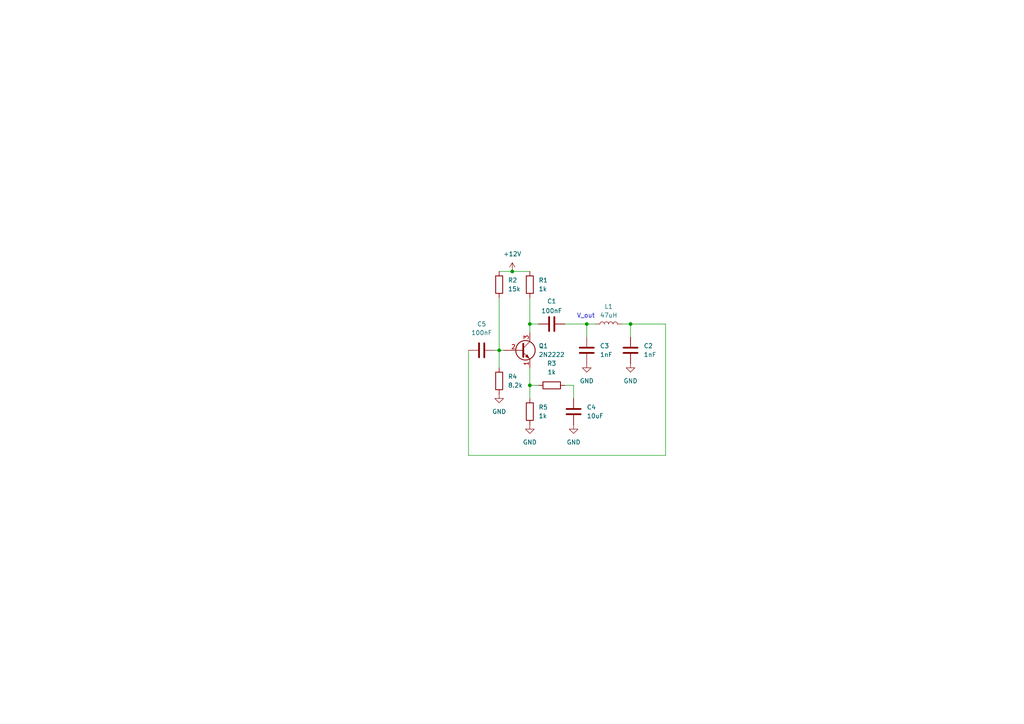
<source format=kicad_sch>
(kicad_sch (version 20231120) (generator "eeschema") (generator_version "8.0")
  (paper "A4")
  (lib_symbols
    (symbol "Device:C" (pin_numbers hide) (pin_names (offset 0.254))
      (property "Reference" "C" (at 0.635 2.54 0))
      (property "Value" "C" (at 0.635 -2.54 0))
      (symbol "C_0_1"
        (polyline (pts (xy -2.032 -0.762) (xy 2.032 -0.762)) (stroke (width 0.508)))
        (polyline (pts (xy -2.032 0.762) (xy 2.032 0.762)) (stroke (width 0.508)))
      )
      (symbol "C_1_1"
        (pin passive line (at 0 3.81 270) (length 2.794) (name "~") (number "1"))
        (pin passive line (at 0 -3.81 90) (length 2.794) (name "~") (number "2"))
      )
    )
    (symbol "Device:L" (pin_numbers hide) (pin_names (offset 1.016) hide)
      (property "Reference" "L" (at -1.27 0 90))
      (property "Value" "L" (at 1.905 0 90))
      (symbol "L_0_1"
        (arc (start 0 -2.54) (mid 0.6323 -1.905) (end 0 -1.27))
        (arc (start 0 -1.27) (mid 0.6323 -0.635) (end 0 0))
        (arc (start 0 0) (mid 0.6323 0.635) (end 0 1.27))
        (arc (start 0 1.27) (mid 0.6323 1.905) (end 0 2.54))
      )
      (symbol "L_1_1"
        (pin passive line (at 0 3.81 270) (length 1.27) (name "1") (number "1"))
        (pin passive line (at 0 -3.81 90) (length 1.27) (name "2") (number "2"))
      )
    )
    (symbol "Device:R" (pin_numbers hide) (pin_names (offset 0))
      (property "Reference" "R" (at 2.032 0 90))
      (property "Value" "R" (at 0 0 90))
      (symbol "R_0_1"
        (rectangle (start -1.016 -2.54) (end 1.016 2.54) (stroke (width 0.254)))
      )
      (symbol "R_1_1"
        (pin passive line (at 0 3.81 270) (length 1.27) (name "~") (number "1"))
        (pin passive line (at 0 -3.81 90) (length 1.27) (name "~") (number "2"))
      )
    )
    (symbol "Transistor_BJT:2N2219" (pin_names (offset 0) hide)
      (property "Reference" "Q" (at 5.08 1.905 0))
      (property "Value" "2N2219" (at 5.08 0 0))
      (symbol "2N2219_0_1"
        (polyline (pts (xy 0.635 0.635) (xy 2.54 2.54)))
        (polyline (pts (xy 0.635 -0.635) (xy 2.54 -2.54) (xy 2.54 -2.54)))
        (polyline (pts (xy 0.635 1.905) (xy 0.635 -1.905) (xy 0.635 -1.905)) (stroke (width 0.508)))
        (polyline (pts (xy 1.27 -1.778) (xy 1.778 -1.27) (xy 2.286 -2.286) (xy 1.27 -1.778) (xy 1.27 -1.778)) (fill (type outline)))
        (circle (center 1.27 0) (radius 2.8194) (stroke (width 0.254)))
      )
      (symbol "2N2219_1_1"
        (pin passive line (at 2.54 -5.08 90) (length 2.54) (name "E") (number "1"))
        (pin passive line (at -5.08 0 0) (length 5.715) (name "B") (number "2"))
        (pin passive line (at 2.54 5.08 270) (length 2.54) (name "C") (number "3"))
      )
    )
    (symbol "power:+12V" (power) (pin_numbers hide) (pin_names (offset 0) hide)
      (property "Value" "+12V" (at 0 3.556 0))
      (symbol "+12V_0_1"
        (polyline (pts (xy -0.762 1.27) (xy 0 2.54)))
        (polyline (pts (xy 0 0) (xy 0 2.54)))
        (polyline (pts (xy 0 2.54) (xy 0.762 1.27)))
      )
      (symbol "+12V_1_1"
        (pin power_in line (at 0 0 90) (length 0) (name "~") (number "1"))
      )
    )
    (symbol "power:GND" (power) (pin_numbers hide) (pin_names (offset 0) hide)
      (property "Value" "GND" (at 0 -3.81 0))
      (symbol "GND_0_1"
        (polyline (pts (xy 0 0) (xy 0 -1.27) (xy 1.27 -1.27) (xy 0 -2.54) (xy -1.27 -1.27) (xy 0 -1.27)))
      )
      (symbol "GND_1_1"
        (pin power_in line (at 0 0 270) (length 0) (name "~") (number "1"))
      )
    )
  )
  (junction (at 153.67 111.76))
  (junction (at 144.78 101.6))
  (junction (at 182.88 93.98))
  (junction (at 153.67 93.98))
  (junction (at 170.18 93.98))
  (junction (at 148.59 78.74))
  (wire (pts (xy 182.88 93.98) (xy 182.88 97.79)))
  (wire (pts (xy 153.67 111.76) (xy 153.67 115.57)))
  (wire (pts (xy 144.78 78.74) (xy 148.59 78.74)))
  (wire (pts (xy 153.67 111.76) (xy 156.21 111.76)))
  (wire (pts (xy 163.83 93.98) (xy 170.18 93.98)))
  (wire (pts (xy 135.89 101.6) (xy 135.89 132.08)))
  (wire (pts (xy 170.18 93.98) (xy 170.18 97.79)))
  (wire (pts (xy 144.78 101.6) (xy 146.05 101.6)))
  (wire (pts (xy 144.78 86.36) (xy 144.78 101.6)))
  (wire (pts (xy 153.67 93.98) (xy 156.21 93.98)))
  (wire (pts (xy 143.51 101.6) (xy 144.78 101.6)))
  (wire (pts (xy 182.88 93.98) (xy 193.04 93.98)))
  (wire (pts (xy 193.04 93.98) (xy 193.04 132.08)))
  (wire (pts (xy 148.59 78.74) (xy 153.67 78.74)))
  (wire (pts (xy 153.67 106.68) (xy 153.67 111.76)))
  (wire (pts (xy 182.88 93.98) (xy 180.34 93.98)))
  (wire (pts (xy 153.67 86.36) (xy 153.67 93.98)))
  (wire (pts (xy 166.37 111.76) (xy 166.37 115.57)))
  (wire (pts (xy 163.83 111.76) (xy 166.37 111.76)))
  (wire (pts (xy 193.04 132.08) (xy 135.89 132.08)))
  (wire (pts (xy 153.67 96.52) (xy 153.67 93.98)))
  (wire (pts (xy 170.18 93.98) (xy 172.72 93.98)))
  (wire (pts (xy 144.78 101.6) (xy 144.78 106.68)))
  (text "V_out" (at 169.926 91.694 0) (effects (font (size 1.27 1.27))))
  (symbol (lib_id "Device:R") (at 153.67 82.55 0) (unit 1)
    (property "Reference" "R1" (at 156.21 81.2799 0) (effects (justify left)))
    (property "Value" "1k" (at 156.21 83.8199 0) (effects (justify left)))
    (property "Description" "Resistor" (effects (hide yes)))
  )
  (symbol (lib_id "Device:C") (at 166.37 119.38 0) (unit 1)
    (property "Reference" "C4" (at 170.18 118.1099 0) (effects (justify left)))
    (property "Value" "10uF" (at 170.18 120.6499 0) (effects (justify left)))
    (property "Description" "Unpolarized capacitor" (effects (hide yes)))
  )
  (symbol (lib_id "power:GND") (at 153.67 123.19 0) (unit 1)
    (property "Reference" "#PWR04" (effects (hide yes)))
    (property "Value" "GND" (at 153.67 128.27 0))
    (property "Description" "Power symbol creates a global label with name \"GND\" , ground" (effects (hide yes)))
  )
  (symbol (lib_id "power:GND") (at 166.37 123.19 0) (unit 1)
    (property "Reference" "#PWR03" (effects (hide yes)))
    (property "Value" "GND" (at 166.37 128.27 0))
    (property "Description" "Power symbol creates a global label with name \"GND\" , ground" (effects (hide yes)))
  )
  (symbol (lib_id "power:GND") (at 144.78 114.3 0) (unit 1)
    (property "Reference" "#PWR05" (effects (hide yes)))
    (property "Value" "GND" (at 144.78 119.38 0))
    (property "Description" "Power symbol creates a global label with name \"GND\" , ground" (effects (hide yes)))
  )
  (symbol (lib_id "Device:C") (at 160.02 93.98 90) (unit 1)
    (property "Reference" "C1" (at 160.02 87.376 90))
    (property "Value" "100nF" (at 160.02 90.17 90))
    (property "Description" "Unpolarized capacitor" (effects (hide yes)))
  )
  (symbol (lib_id "Device:R") (at 153.67 119.38 0) (unit 1)
    (property "Reference" "R5" (at 156.21 118.1099 0) (effects (justify left)))
    (property "Value" "1k" (at 156.21 120.6499 0) (effects (justify left)))
    (property "Description" "Resistor" (effects (hide yes)))
  )
  (symbol (lib_id "Device:R") (at 160.02 111.76 90) (unit 1)
    (property "Reference" "R3" (at 160.02 105.41 90))
    (property "Value" "1k" (at 160.02 107.95 90))
    (property "Description" "Resistor" (effects (hide yes)))
  )
  (symbol (lib_id "Transistor_BJT:2N2219") (at 151.13 101.6 0) (unit 1)
    (property "Reference" "Q1" (at 156.21 100.3299 0) (effects (justify left)))
    (property "Value" "2N2222" (at 156.21 102.8699 0) (effects (justify left)))
    (property "Footprint" "Package_TO_SOT_THT:TO-39-3" (effects (hide yes)))
    (property "Datasheet" "http://www.onsemi.com/pub_link/Collateral/2N2219-D.PDF" (effects (hide yes)))
    (property "Description" "800mA Ic, 50V Vce, NPN Transistor, TO-39" (effects (hide yes)))
  )
  (symbol (lib_id "Device:C") (at 182.88 101.6 0) (unit 1)
    (property "Reference" "C2" (at 186.69 100.3299 0) (effects (justify left)))
    (property "Value" "1nF" (at 186.69 102.8699 0) (effects (justify left)))
    (property "Description" "Unpolarized capacitor" (effects (hide yes)))
  )
  (symbol (lib_id "Device:C") (at 170.18 101.6 0) (unit 1)
    (property "Reference" "C3" (at 173.99 100.3299 0) (effects (justify left)))
    (property "Value" "1nF" (at 173.99 102.8699 0) (effects (justify left)))
    (property "Description" "Unpolarized capacitor" (effects (hide yes)))
  )
  (symbol (lib_id "Device:R") (at 144.78 110.49 0) (unit 1)
    (property "Reference" "R4" (at 147.32 109.2199 0) (effects (justify left)))
    (property "Value" "8.2k" (at 147.32 111.7599 0) (effects (justify left)))
    (property "Description" "Resistor" (effects (hide yes)))
  )
  (symbol (lib_id "Device:R") (at 144.78 82.55 0) (unit 1)
    (property "Reference" "R2" (at 147.32 81.2799 0) (effects (justify left)))
    (property "Value" "15k" (at 147.32 83.8199 0) (effects (justify left)))
    (property "Description" "Resistor" (effects (hide yes)))
  )
  (symbol (lib_id "Device:C") (at 139.7 101.6 90) (unit 1)
    (property "Reference" "C5" (at 139.7 93.98 90))
    (property "Value" "100nF" (at 139.7 96.52 90))
    (property "Description" "Unpolarized capacitor" (effects (hide yes)))
  )
  (symbol (lib_id "power:GND") (at 182.88 105.41 0) (unit 1)
    (property "Reference" "#PWR01" (effects (hide yes)))
    (property "Value" "GND" (at 182.88 110.49 0))
    (property "Description" "Power symbol creates a global label with name \"GND\" , ground" (effects (hide yes)))
  )
  (symbol (lib_id "Device:L") (at 176.53 93.98 90) (unit 1)
    (property "Reference" "L1" (at 176.53 88.9 90))
    (property "Value" "47uH" (at 176.53 91.44 90))
    (property "Description" "Inductor" (effects (hide yes)))
  )
  (symbol (lib_id "power:GND") (at 170.18 105.41 0) (unit 1)
    (property "Reference" "#PWR02" (effects (hide yes)))
    (property "Value" "GND" (at 170.18 110.49 0))
    (property "Description" "Power symbol creates a global label with name \"GND\" , ground" (effects (hide yes)))
  )
  (symbol (lib_id "power:+12V") (at 148.59 78.74 0) (unit 1)
    (property "Reference" "#PWR06" (effects (hide yes)))
    (property "Value" "+12V" (at 148.59 73.66 0))
    (property "Description" "Power symbol creates a global label with name \"+12V\"" (effects (hide yes)))
  )
)
</source>
